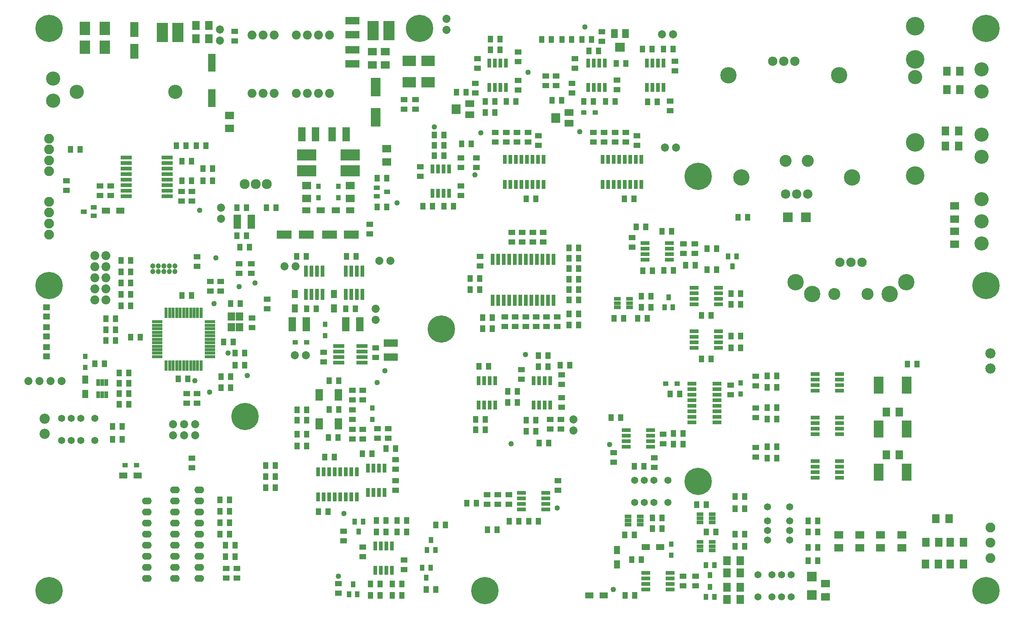
<source format=gbr>
G04 DesignSpark PCB Gerber Version 11.0 Build 5877*
G04 #@! TF.Part,Single*
G04 #@! TF.FileFunction,Soldermask,Top*
G04 #@! TF.FilePolarity,Negative*
%FSLAX35Y35*%
%MOIN*%
G04 #@! TA.AperFunction,SMDPad,CuDef*
%ADD123R,0.02969X0.09268*%
%ADD176R,0.03362X0.06118*%
%ADD163R,0.03362X0.08087*%
%ADD162R,0.03362X0.08480*%
%ADD127R,0.03362X0.10055*%
%ADD147R,0.03362X0.10449*%
%ADD144R,0.04150X0.04937*%
%ADD136R,0.04150X0.05724*%
%ADD128R,0.04937X0.06118*%
%ADD140R,0.05724X0.07299*%
%ADD169R,0.06118X0.08087*%
%ADD149R,0.06512X0.07299*%
%ADD138R,0.06512X0.08087*%
%ADD165R,0.06512X0.15961*%
%ADD130R,0.06906X0.12811*%
%ADD172R,0.07299X0.13598*%
%ADD170R,0.08087X0.08874*%
%ADD175R,0.08874X0.08874*%
%ADD145R,0.08874X0.15173*%
%ADD173R,0.08874X0.16748*%
%ADD125R,0.09661X0.12024*%
%ADD164R,0.10449X0.17535*%
G04 #@! TA.AperFunction,ComponentPad*
%ADD72C,0.04740*%
G04 #@! TA.AperFunction,SMDPad,CuDef*
%ADD177C,0.04937*%
G04 #@! TA.AperFunction,ComponentPad*
%ADD29C,0.06512*%
%ADD24C,0.07299*%
%ADD22C,0.08087*%
%ADD28C,0.08480*%
%ADD23C,0.08874*%
%ADD21C,0.09031*%
%ADD73C,0.09268*%
%ADD27C,0.10843*%
%ADD20C,0.12811*%
%ADD26C,0.14780*%
%ADD25C,0.16748*%
G04 #@! TA.AperFunction,WasherPad*
%ADD71C,0.24622*%
G04 #@! TA.AperFunction,ComponentPad*
%ADD74O,0.08874X0.06118*%
G04 #@! TA.AperFunction,SMDPad,CuDef*
%ADD132R,0.07102X0.02102*%
%ADD131R,0.07102X0.02575*%
%ADD122R,0.09268X0.02969*%
%ADD146R,0.06118X0.03362*%
%ADD135R,0.08087X0.03362*%
%ADD142R,0.08480X0.03362*%
%ADD133R,0.10055X0.03362*%
%ADD124R,0.10449X0.03362*%
%ADD143R,0.04937X0.04150*%
%ADD174R,0.05724X0.04150*%
%ADD129R,0.06118X0.04937*%
%ADD148R,0.06118X0.05331*%
%ADD139R,0.07299X0.05724*%
%ADD171R,0.08087X0.06118*%
%ADD137R,0.08087X0.06512*%
%ADD134R,0.12811X0.06906*%
%ADD126R,0.13598X0.07299*%
%ADD168R,0.08874X0.08087*%
%ADD141R,0.08874X0.08874*%
%ADD166R,0.12024X0.09661*%
%ADD167R,0.17535X0.10449*%
G04 #@! TD.AperFunction*
X0Y0D02*
D02*
D71*
X36793Y31746D03*
Y307337D03*
Y539620D03*
X213959Y189226D03*
X371439Y539620D03*
X391124Y267967D03*
X430494Y31746D03*
X623407Y130565D03*
Y406156D03*
X883250Y31746D03*
Y307337D03*
Y539620D03*
D02*
D20*
X40730Y474502D03*
Y494502D03*
X61990Y482533D03*
X150967D03*
X819077Y495919D03*
X879313Y345604D03*
Y365604D03*
Y385604D03*
Y423715D03*
Y443715D03*
Y482770D03*
Y502770D03*
D02*
D21*
X213644Y399069D03*
X223644D03*
X233644D03*
D02*
D22*
X78250Y294423D03*
Y304423D03*
Y314423D03*
Y324423D03*
Y334423D03*
X88250Y294423D03*
Y304423D03*
Y314423D03*
Y324423D03*
Y334423D03*
X220297Y480959D03*
Y533715D03*
X230297Y480959D03*
Y533715D03*
X240297Y480959D03*
Y533715D03*
X260297Y480959D03*
Y533715D03*
X270297Y480959D03*
Y533715D03*
X280297Y480959D03*
Y533715D03*
X290297Y480959D03*
Y533715D03*
D02*
D23*
X36793Y353596D03*
Y363439D03*
Y373281D03*
Y383124D03*
Y410683D03*
Y420526D03*
Y430368D03*
Y440211D03*
X887187Y61274D03*
Y75053D03*
Y88833D03*
D02*
D24*
X18250Y221116D03*
X28250D03*
X38250D03*
X48250D03*
X148841Y172022D03*
Y182022D03*
X158841Y172022D03*
Y182022D03*
X168841Y172022D03*
Y182022D03*
X191124Y528715D03*
Y538715D03*
X192305Y367691D03*
Y377691D03*
X249510Y324659D03*
X258959Y244344D03*
X259510Y324659D03*
X268959Y244344D03*
X332069Y276352D03*
Y286352D03*
X335337Y329778D03*
X345337D03*
X395848Y538557D03*
Y548557D03*
X510415Y176354D03*
Y186354D03*
X590455Y534502D03*
X593209Y432140D03*
X600455Y534502D03*
X603209Y432140D03*
D02*
D25*
X819077Y406943D03*
Y436943D03*
Y511943D03*
Y541943D03*
D02*
D26*
X650573Y497494D03*
X662384Y405130D03*
X711203Y310486D03*
X726203Y299736D03*
X750573Y497494D03*
X762384Y405130D03*
X796203Y299736D03*
X811203Y310486D03*
D02*
D27*
X702384Y420130D03*
X722384D03*
X746203Y299736D03*
X776203D03*
D02*
D28*
X690573Y509994D03*
X700573D03*
X702384Y390130D03*
X710573Y509994D03*
X712384Y390130D03*
X722384D03*
X751203Y328486D03*
X761203D03*
X771203D03*
D02*
D29*
X48211Y167415D03*
Y187415D03*
X56872Y167415D03*
Y187415D03*
X65533Y167415D03*
Y187415D03*
X78132Y167415D03*
Y187415D03*
X565927Y111510D03*
Y131510D03*
X574589Y111510D03*
Y131510D03*
X583250Y111510D03*
Y131510D03*
X595848Y111510D03*
Y131510D03*
X677344Y26077D03*
Y46077D03*
X685848Y77415D03*
Y86077D03*
Y94738D03*
Y107337D03*
X689943Y26077D03*
Y46077D03*
X698604Y26077D03*
Y46077D03*
X705848Y77415D03*
Y86077D03*
Y94738D03*
Y107337D03*
X707266Y26077D03*
Y46077D03*
D02*
D72*
X130730Y320191D03*
Y325191D03*
X135730Y320191D03*
Y325191D03*
X140730Y320191D03*
Y325191D03*
X145730Y320191D03*
Y325191D03*
X150730Y320191D03*
Y325191D03*
D02*
D73*
X32856Y173281D03*
Y187061D03*
X887187Y232337D03*
Y246116D03*
D02*
D74*
X125376Y42927D03*
Y52927D03*
Y62927D03*
Y72927D03*
Y82927D03*
Y92927D03*
Y102927D03*
Y112927D03*
X150573Y42927D03*
Y52927D03*
Y62927D03*
Y72927D03*
Y82927D03*
Y92927D03*
Y102927D03*
Y112927D03*
Y122927D03*
X172620Y42927D03*
Y52927D03*
Y62927D03*
Y72927D03*
Y82927D03*
Y92927D03*
Y102927D03*
Y112927D03*
Y122927D03*
D02*
D122*
X134628Y243163D03*
Y246313D03*
Y249463D03*
Y252612D03*
Y255762D03*
Y258911D03*
Y262061D03*
Y265211D03*
Y268360D03*
Y271510D03*
Y274659D03*
X182266Y243163D03*
Y246313D03*
Y249463D03*
Y252612D03*
Y255762D03*
Y258911D03*
Y262061D03*
Y265211D03*
Y268360D03*
Y271510D03*
Y274659D03*
D02*
D123*
X142699Y235093D03*
Y282730D03*
X145848Y235093D03*
Y282730D03*
X148998Y235093D03*
Y282730D03*
X152148Y235093D03*
Y282730D03*
X155297Y235093D03*
Y282730D03*
X158447Y235093D03*
Y282730D03*
X161596Y235093D03*
Y282730D03*
X164746Y235093D03*
Y282730D03*
X167896Y235093D03*
Y282730D03*
X171045Y235093D03*
Y282730D03*
X174195Y235093D03*
Y282730D03*
D02*
D124*
X106482Y388262D03*
Y393262D03*
Y398262D03*
Y403262D03*
Y408262D03*
Y413262D03*
Y418262D03*
Y423262D03*
X143482Y388262D03*
Y393262D03*
Y398262D03*
Y403262D03*
Y408262D03*
Y413262D03*
Y418262D03*
Y423262D03*
D02*
D125*
X69077Y522888D03*
Y539817D03*
X87187Y522888D03*
Y539817D03*
D02*
D126*
X249392Y353400D03*
X269077D03*
X290337D03*
X310022D03*
D02*
D127*
X269057Y299593D03*
Y320593D03*
X274057Y299593D03*
Y320593D03*
X279057Y299593D03*
Y320593D03*
X284057Y299593D03*
Y320593D03*
X304884Y299593D03*
Y320593D03*
X309884Y299593D03*
Y320593D03*
X314884Y299593D03*
Y320593D03*
X319884Y299593D03*
Y320593D03*
D02*
D128*
X56085Y430368D03*
X64746D03*
X78132Y236864D03*
X86793D03*
X88368Y257730D03*
Y267573D03*
Y277415D03*
X94274Y168360D03*
Y180171D03*
X97030Y257730D03*
Y267573D03*
Y277415D03*
X100179Y200250D03*
Y209699D03*
Y219148D03*
Y228596D03*
X101754Y289226D03*
Y299463D03*
Y309699D03*
Y319935D03*
Y330171D03*
X102935Y168360D03*
Y180171D03*
X108841Y200250D03*
Y209699D03*
Y219148D03*
Y228596D03*
X110415Y260880D03*
Y289226D03*
Y299463D03*
Y309699D03*
Y319935D03*
Y330171D03*
X119077Y260880D03*
X151754Y433715D03*
X153722Y223085D03*
X156872Y298281D03*
Y402219D03*
Y419935D03*
X160415Y433715D03*
X162384Y223085D03*
X165533Y298281D03*
Y402219D03*
Y419935D03*
X169864Y433715D03*
X175770Y402219D03*
Y413242D03*
X178526Y433715D03*
X184431Y402219D03*
Y413242D03*
X191124Y82927D03*
Y93163D03*
Y103400D03*
Y113636D03*
X192305Y215211D03*
Y225053D03*
X194667Y256549D03*
X196242Y62455D03*
Y72691D03*
X199785Y82927D03*
Y93163D03*
Y103400D03*
Y113636D03*
X200967Y215211D03*
Y225053D03*
Y291195D03*
X203329Y256549D03*
X204904Y62455D03*
Y72691D03*
Y235289D03*
Y246313D03*
X206478Y352612D03*
Y377809D03*
X209234Y341982D03*
X209628Y291195D03*
X213565Y235289D03*
Y246313D03*
X215140Y352612D03*
Y377809D03*
X217896Y341982D03*
X232463Y124659D03*
Y134896D03*
Y144738D03*
X233250Y377809D03*
X241124Y124659D03*
Y134896D03*
Y144738D03*
X241911Y377809D03*
X260415Y333715D03*
X260809Y162455D03*
Y173085D03*
Y185683D03*
Y195132D03*
X269077Y333715D03*
X269470Y162455D03*
Y173085D03*
Y185683D03*
Y195132D03*
Y286470D03*
X278132D03*
X280100Y103006D03*
X286006Y152612D03*
X288762Y103006D03*
X289156Y169994D03*
X289943Y195526D03*
Y221510D03*
X294667Y152612D03*
X297817Y169994D03*
X298604Y195526D03*
Y221510D03*
X304904Y286470D03*
X305691Y333715D03*
X313565Y286470D03*
X314352Y333715D03*
X319864Y155368D03*
X327344Y27415D03*
Y37652D03*
X328526Y155368D03*
X332463Y84896D03*
Y95132D03*
X333250Y378596D03*
Y404581D03*
X336006Y27415D03*
Y37652D03*
X341124Y84896D03*
Y95132D03*
Y160093D03*
X341911Y378596D03*
Y404581D03*
X347030Y27415D03*
Y37652D03*
X349785Y160093D03*
X351360Y84896D03*
Y95132D03*
X355691Y27415D03*
Y37652D03*
X360022Y84896D03*
Y95132D03*
X374589Y378990D03*
X377738Y32927D03*
X383250Y378990D03*
X384825Y424659D03*
Y434108D03*
Y443557D03*
X386400Y32927D03*
Y91195D03*
X393486Y378990D03*
Y424659D03*
Y434108D03*
Y443557D03*
X395061Y91195D03*
X402148Y378990D03*
X404904Y482140D03*
X409628Y435289D03*
X413565Y482140D03*
X414352Y110880D03*
X417108Y303793D03*
Y313636D03*
X418289Y435289D03*
X422226Y177022D03*
Y186470D03*
X423014Y110880D03*
X425376Y234502D03*
X425770Y303793D03*
Y313636D03*
X428526Y268360D03*
Y278596D03*
X430888Y177022D03*
Y186470D03*
Y463636D03*
Y473872D03*
X432856Y86864D03*
X434037Y234502D03*
X435612Y520329D03*
Y530171D03*
X437187Y268360D03*
Y278596D03*
X439549Y463636D03*
Y473872D03*
X441518Y86864D03*
X444274Y520329D03*
Y530171D03*
X449785Y473872D03*
X451360Y201825D03*
Y211667D03*
X452541Y94344D03*
X458447Y473872D03*
X460022Y201825D03*
Y211667D03*
X461203Y94344D03*
X467896Y175841D03*
Y185683D03*
Y385683D03*
X470258Y94344D03*
X476557Y175841D03*
Y185683D03*
Y385683D03*
X478919Y94344D03*
Y234108D03*
Y243951D03*
X479707Y165211D03*
X482069Y529778D03*
X487581Y234108D03*
Y243951D03*
X488368Y165211D03*
X490730Y529778D03*
X491124Y474659D03*
X498604Y235289D03*
X499785Y474659D03*
X500179Y529778D03*
X506478Y271904D03*
Y281746D03*
Y294344D03*
Y303793D03*
Y313242D03*
Y322691D03*
Y332140D03*
Y341589D03*
X507266Y235289D03*
X508841Y529778D03*
X515140Y271904D03*
Y281746D03*
Y294344D03*
Y303793D03*
Y313242D03*
Y322691D03*
Y332140D03*
Y341589D03*
X518289Y529778D03*
X519864Y473872D03*
X524589Y519541D03*
X526951Y529778D03*
X528526Y473872D03*
X533250Y519541D03*
X539549Y473872D03*
X544667Y188045D03*
X547167Y277809D03*
X548211Y473872D03*
X549392Y508124D03*
X553329Y188045D03*
X555829Y277809D03*
X556478Y385683D03*
X556872Y82140D03*
X557266Y27415D03*
X558053Y508124D03*
X563171Y59699D03*
X565140Y385683D03*
X565533Y82140D03*
Y143951D03*
X565927Y27415D03*
X567108Y360486D03*
X568683Y277809D03*
X571833Y59699D03*
Y287652D03*
Y297888D03*
X573014Y521116D03*
X573407Y320722D03*
X574195Y143951D03*
X575770Y360486D03*
X577344Y277809D03*
X577738Y473478D03*
X580494Y287652D03*
Y297888D03*
X581675Y521116D03*
X582069Y87652D03*
Y97494D03*
Y320722D03*
X586400Y473478D03*
X590730Y87652D03*
Y97494D03*
Y356549D03*
X591911Y521116D03*
X592305Y321116D03*
X597817Y209305D03*
X599392Y356549D03*
X600573Y521116D03*
X600967Y164030D03*
Y173872D03*
Y321116D03*
X606478Y209305D03*
X609628Y164030D03*
Y173872D03*
X611990Y325841D03*
X620652D03*
X621833Y109305D03*
X626163Y241195D03*
Y280565D03*
X630494Y84896D03*
Y109305D03*
X631281Y321904D03*
Y340801D03*
X634825Y241195D03*
Y280565D03*
X639156Y84896D03*
X639943Y321904D03*
Y340801D03*
X652935Y251037D03*
Y261667D03*
Y290407D03*
Y300250D03*
X656478Y71904D03*
Y82927D03*
Y105762D03*
Y116785D03*
X659234Y369148D03*
X661596Y251037D03*
Y261667D03*
Y290407D03*
Y300250D03*
X665140Y71904D03*
Y82927D03*
Y105762D03*
Y116785D03*
X667896Y369148D03*
X685612Y151431D03*
Y161667D03*
Y186864D03*
Y197100D03*
Y215604D03*
Y225841D03*
X694274Y151431D03*
Y161667D03*
Y186864D03*
Y197100D03*
Y215604D03*
Y225841D03*
X722620Y58911D03*
Y70722D03*
Y84896D03*
Y94738D03*
X731281Y58911D03*
Y70722D03*
Y84896D03*
Y94738D03*
X812384Y236470D03*
X821045D03*
D02*
D129*
X52541Y393557D03*
Y402219D03*
X82856Y388833D03*
Y397494D03*
X92699Y388833D03*
Y397494D03*
X156478Y383715D03*
Y392376D03*
X161203Y201037D03*
Y209699D03*
X165927Y142770D03*
Y151431D03*
Y383715D03*
Y392376D03*
X170652Y201037D03*
Y209699D03*
Y324659D03*
Y333321D03*
X182463Y302612D03*
Y311274D03*
X191911Y302612D03*
Y311274D03*
X197030Y43163D03*
Y51825D03*
X204510Y528596D03*
Y537258D03*
X206478Y43163D03*
Y51825D03*
X208447Y318360D03*
Y327022D03*
X219470Y318360D03*
Y327022D03*
X220258Y269541D03*
Y278203D03*
X234037Y286470D03*
Y295132D03*
X284825Y238459D03*
Y247120D03*
X298211Y29384D03*
Y38045D03*
X302935Y76628D03*
Y85289D03*
X310809Y168754D03*
Y177415D03*
Y186470D03*
Y195132D03*
Y204187D03*
Y212848D03*
X320258Y62455D03*
Y71116D03*
Y168754D03*
Y177415D03*
Y204187D03*
Y212848D03*
X326557Y354187D03*
Y362848D03*
X332069Y242396D03*
Y251057D03*
X333644Y169541D03*
Y178203D03*
X343093Y169541D03*
Y178203D03*
X349785Y122297D03*
Y130959D03*
Y141589D03*
Y150250D03*
X357659Y50644D03*
Y59305D03*
Y466785D03*
Y475447D03*
X367896Y466785D03*
Y475447D03*
X372226Y406156D03*
Y414817D03*
X408841Y388833D03*
Y397494D03*
Y414030D03*
Y422691D03*
X421833Y481352D03*
Y490014D03*
X423014Y414030D03*
Y422691D03*
X423801Y503793D03*
Y512455D03*
X426163Y325053D03*
Y333715D03*
X432463Y109699D03*
Y118360D03*
X439943Y437258D03*
Y445919D03*
X442305Y109699D03*
Y118360D03*
X448604Y270329D03*
Y278990D03*
X449785Y437258D03*
Y445919D03*
X452148Y109699D03*
Y118360D03*
X454904Y346707D03*
Y355368D03*
X458053Y270329D03*
Y278990D03*
X459628Y437258D03*
Y445919D03*
X460415Y484108D03*
Y492770D03*
Y509699D03*
Y518360D03*
X463565Y222691D03*
Y231352D03*
X464352Y346707D03*
Y355368D03*
X467502Y270329D03*
Y278990D03*
X469470Y437258D03*
Y445919D03*
X473801Y346707D03*
Y355368D03*
X476951Y270329D03*
Y278990D03*
X478919Y434108D03*
Y442770D03*
X483250Y346707D03*
Y355368D03*
X485612Y488045D03*
Y496707D03*
X486400Y270329D03*
Y278990D03*
X489549Y177809D03*
Y186470D03*
X495061Y488045D03*
Y496707D03*
X495848Y270329D03*
Y278990D03*
X496636Y122297D03*
Y130959D03*
X499392Y177809D03*
Y186470D03*
X499785Y197494D03*
Y206156D03*
Y217967D03*
Y226628D03*
X509234Y481352D03*
Y490014D03*
X511990Y503793D03*
Y512455D03*
X528526Y437258D03*
Y445919D03*
X536400Y528203D03*
Y536864D03*
X538368Y437258D03*
Y445919D03*
X547030Y147888D03*
Y156549D03*
X548211Y437258D03*
Y445919D03*
X549785Y484502D03*
Y493163D03*
X558053Y437258D03*
Y445919D03*
X563565Y341982D03*
Y350644D03*
X567896Y434108D03*
Y442770D03*
X583644Y143163D03*
Y151825D03*
X591498Y164581D03*
Y173242D03*
X597817Y465604D03*
Y474266D03*
X602148Y501431D03*
Y510093D03*
X609628Y36077D03*
Y44738D03*
X610022Y336470D03*
Y345132D03*
X620258Y336470D03*
Y345132D03*
X621045Y36077D03*
Y44738D03*
X652541Y208911D03*
Y217573D03*
X675376Y152612D03*
Y161274D03*
Y188045D03*
Y196707D03*
Y216785D03*
Y225447D03*
D02*
D130*
X206872Y365211D03*
X219470D03*
X256478Y272297D03*
X265140Y443951D03*
X269077Y272297D03*
X277738Y443951D03*
X292699D03*
X304904Y272297D03*
X305297Y443951D03*
X317502Y272297D03*
D02*
D131*
X280789Y204679D03*
Y207238D03*
Y209797D03*
Y212356D03*
X298309Y204679D03*
Y207238D03*
Y209797D03*
Y212356D03*
D02*
D132*
X280789Y178596D03*
Y180565D03*
Y182533D03*
Y184502D03*
Y186470D03*
X298309Y178596D03*
Y180565D03*
Y182533D03*
Y184502D03*
Y186470D03*
D02*
D133*
X298734Y237652D03*
Y242652D03*
Y247652D03*
Y252652D03*
X319734Y237652D03*
Y242652D03*
Y247652D03*
Y252652D03*
D02*
D134*
X310809Y507730D03*
Y520329D03*
Y534108D03*
Y546707D03*
X345455Y242789D03*
Y255388D03*
D02*
D135*
X463589Y104955D03*
Y109955D03*
Y114955D03*
Y119955D03*
X485589Y104955D03*
Y109955D03*
Y114955D03*
Y119955D03*
X558077Y161648D03*
Y166648D03*
Y171648D03*
Y176648D03*
X575400Y330939D03*
Y335939D03*
Y340939D03*
Y345939D03*
X575793Y32907D03*
Y37907D03*
Y42907D03*
Y47907D03*
X580077Y161648D03*
Y166648D03*
Y171648D03*
Y176648D03*
X597400Y330939D03*
Y335939D03*
Y340939D03*
Y345939D03*
X597793Y32907D03*
Y37907D03*
Y42907D03*
Y47907D03*
X619494Y251018D03*
Y256018D03*
Y261018D03*
Y266018D03*
Y290388D03*
Y295388D03*
Y300388D03*
Y305388D03*
X641494Y251018D03*
Y256018D03*
Y261018D03*
Y266018D03*
Y290388D03*
Y295388D03*
Y300388D03*
Y305388D03*
X728943Y133695D03*
Y138695D03*
Y143695D03*
Y148695D03*
Y173065D03*
Y178065D03*
Y183065D03*
Y188065D03*
Y212435D03*
Y217435D03*
Y222435D03*
Y227435D03*
X750943Y133695D03*
Y138695D03*
Y143695D03*
Y148695D03*
Y173065D03*
Y178065D03*
Y183065D03*
Y188065D03*
Y212435D03*
Y217435D03*
Y222435D03*
Y227435D03*
D02*
D136*
X307856Y28400D03*
X311596Y37455D03*
X312974Y94148D03*
X315337Y28400D03*
X316715Y85093D03*
X320455Y94148D03*
X373998Y52415D03*
X377738Y43360D03*
X378329Y68557D03*
X381478Y52415D03*
X382069Y77612D03*
X385809Y68557D03*
X592896Y287848D03*
X596636Y296904D03*
X600376Y287848D03*
X630297Y26037D03*
Y54778D03*
X634037Y35093D03*
Y45722D03*
X637778Y26037D03*
Y54778D03*
X650376Y333911D03*
X654116Y324856D03*
X657856Y333911D03*
D02*
D137*
X199785Y449463D03*
Y461274D03*
X269470Y386077D03*
Y397888D03*
X308841Y386077D03*
Y397888D03*
X328919Y506943D03*
Y518754D03*
X340730Y506943D03*
Y518754D03*
X341911Y419148D03*
Y430959D03*
X738368Y26234D03*
Y38045D03*
X750179Y70329D03*
Y82140D03*
X769077Y70329D03*
Y82140D03*
X787974Y70329D03*
Y82140D03*
X807266Y70329D03*
Y82140D03*
X854904Y344738D03*
Y356549D03*
Y367573D03*
Y379384D03*
D02*
D138*
X169470Y530565D03*
Y542376D03*
X181281Y530565D03*
Y542376D03*
X649392Y23872D03*
Y34896D03*
Y47888D03*
Y58911D03*
X661203Y23872D03*
Y34896D03*
Y47888D03*
Y58911D03*
X793093Y154581D03*
Y193163D03*
X804904Y154581D03*
Y193163D03*
X828526Y55762D03*
X828919Y75447D03*
X837974Y96707D03*
X840337Y55762D03*
X840730Y75447D03*
X846636Y433321D03*
Y447100D03*
X847817Y484502D03*
Y501037D03*
X849785Y96707D03*
X850967Y55762D03*
Y75447D03*
X858447Y433321D03*
Y447100D03*
X859628Y484502D03*
Y501037D03*
X862778Y55762D03*
Y75447D03*
D02*
D139*
X88171Y375053D03*
X101163D03*
X103919Y135683D03*
X116911D03*
X269274Y375447D03*
X282266D03*
X296045D03*
X309037D03*
X524785Y27415D03*
X537778D03*
X575967Y71116D03*
X588959D03*
D02*
D140*
X69470Y209502D03*
Y222494D03*
X258841Y286667D03*
Y299659D03*
X294274Y286667D03*
Y299659D03*
X549785Y55565D03*
Y68557D03*
D02*
D141*
X725770Y27809D03*
Y44344D03*
D02*
D142*
X617669Y183931D03*
Y188931D03*
Y193931D03*
Y198931D03*
Y203931D03*
Y208931D03*
Y213931D03*
Y218931D03*
X640169Y183931D03*
Y188931D03*
Y193931D03*
Y198931D03*
Y203931D03*
Y208931D03*
Y213931D03*
Y218931D03*
D02*
D143*
X105691Y145132D03*
X115927D03*
X259234Y256156D03*
X269470D03*
X519864Y463636D03*
X530100D03*
X593880Y218754D03*
X604116D03*
D02*
D144*
X69470Y233321D03*
Y243557D03*
X280100Y386864D03*
Y397100D03*
X286400Y262061D03*
Y272297D03*
X298211Y386864D03*
Y397100D03*
X328919Y186470D03*
Y196707D03*
X598998Y63636D03*
Y73872D03*
X661596Y209305D03*
Y219541D03*
D02*
D145*
X786400Y138833D03*
Y177809D03*
Y217573D03*
X811596Y138833D03*
Y177809D03*
Y217573D03*
D02*
D146*
X550179Y287848D03*
Y291589D03*
Y295329D03*
X560022Y91392D03*
Y95132D03*
Y98872D03*
X561203Y287848D03*
Y291589D03*
Y295329D03*
X571045Y91392D03*
Y95132D03*
Y98872D03*
X624982Y68163D03*
Y71904D03*
Y75644D03*
Y93360D03*
Y97100D03*
Y100841D03*
X636006Y68163D03*
Y71904D03*
Y75644D03*
Y93360D03*
Y97100D03*
Y100841D03*
D02*
D147*
X437640Y293951D03*
Y330959D03*
X442640Y293951D03*
Y330959D03*
X447640Y293951D03*
Y330959D03*
X452640Y293951D03*
Y330959D03*
X457640Y293951D03*
Y330959D03*
X462640Y293951D03*
Y330959D03*
X467640Y293951D03*
Y330959D03*
X472640Y293951D03*
Y330959D03*
X477640Y293951D03*
Y330959D03*
X482640Y293951D03*
Y330959D03*
X487640Y293951D03*
Y330959D03*
X492640Y293951D03*
Y330959D03*
D02*
D148*
X34431Y243360D03*
Y251628D03*
Y261470D03*
Y269738D03*
Y279581D03*
Y287848D03*
D02*
D149*
X201557Y269935D03*
Y279384D03*
X209037Y269935D03*
Y279384D03*
D02*
D162*
X279923Y116559D03*
Y139059D03*
X284923Y116559D03*
Y139059D03*
X289923Y116559D03*
Y139059D03*
X294923Y116559D03*
Y139059D03*
X299923Y116559D03*
Y139059D03*
X304923Y116559D03*
Y139059D03*
X309923Y116559D03*
Y139059D03*
X314923Y116559D03*
Y139059D03*
X448427Y398843D03*
Y421343D03*
X453427Y398843D03*
Y421343D03*
X458427Y398843D03*
Y421343D03*
X463427Y398843D03*
Y421343D03*
X468427Y398843D03*
Y421343D03*
X473427Y398843D03*
Y421343D03*
X478427Y398843D03*
Y421343D03*
X483427Y398843D03*
Y421343D03*
X537010Y398843D03*
Y421343D03*
X542010Y398843D03*
Y421343D03*
X547010Y398843D03*
Y421343D03*
X552010Y398843D03*
Y421343D03*
X557010Y398843D03*
Y421343D03*
X562010Y398843D03*
Y421343D03*
X567010Y398843D03*
Y421343D03*
X572010Y398843D03*
Y421343D03*
D02*
D163*
X324963Y120352D03*
Y142352D03*
X329963Y120352D03*
Y142352D03*
X331656Y50274D03*
Y72274D03*
X334963Y120352D03*
Y142352D03*
X336656Y50274D03*
Y72274D03*
X339963Y120352D03*
Y142352D03*
X341656Y50274D03*
Y72274D03*
X346656Y50274D03*
Y72274D03*
X383230Y390825D03*
Y412825D03*
X388230Y390825D03*
Y412825D03*
X393230Y390825D03*
Y412825D03*
X398230Y390825D03*
Y412825D03*
X424963Y199486D03*
Y221486D03*
X429963Y199486D03*
Y221486D03*
X434411Y486494D03*
Y508494D03*
X434963Y199486D03*
Y221486D03*
X439411Y486494D03*
Y508494D03*
X439963Y199486D03*
Y221486D03*
X444411Y486494D03*
Y508494D03*
X449411Y486494D03*
Y508494D03*
X474569Y199486D03*
Y221486D03*
X479569Y199486D03*
Y221486D03*
X484569Y199486D03*
Y221486D03*
X489569Y199486D03*
Y221486D03*
X523781Y486494D03*
Y508494D03*
X528781Y486494D03*
Y508494D03*
X533781Y486494D03*
Y508494D03*
X538781Y486494D03*
Y508494D03*
X576931Y486494D03*
Y508494D03*
X581931Y486494D03*
Y508494D03*
X586931Y486494D03*
Y508494D03*
X591931Y486494D03*
Y508494D03*
D02*
D164*
X139156Y536077D03*
X153329D03*
X329707Y537652D03*
X343880D03*
D02*
D165*
X184037Y476628D03*
Y508911D03*
D02*
D166*
X362187Y491195D03*
Y510486D03*
X379116Y491195D03*
Y510486D03*
D02*
D167*
X269470Y411274D03*
Y425447D03*
X308841Y411274D03*
Y425447D03*
D02*
D168*
X552541Y522888D03*
D02*
D169*
X547620Y535093D03*
X557463D03*
D02*
D170*
X404707Y466785D03*
X494470Y458911D03*
D02*
D171*
X416911Y461864D03*
Y471707D03*
X506675Y453990D03*
Y463833D03*
D02*
D172*
X113959Y519148D03*
Y538833D03*
D02*
D173*
X332069Y459305D03*
Y486864D03*
D02*
D174*
X68093Y374266D03*
X77148Y370526D03*
Y378006D03*
X333053Y388242D03*
Y395722D03*
X342108Y391982D03*
D02*
D175*
X704116Y369148D03*
X720652D03*
D02*
D176*
X81085Y208911D03*
Y219935D03*
X84825Y208911D03*
Y219935D03*
X88565Y208911D03*
Y219935D03*
D02*
D177*
X168683Y221510D03*
X173014Y375447D03*
X182069Y211274D03*
X186006Y291195D03*
X187581Y332533D03*
X198604Y246313D03*
X208447Y306549D03*
X215927Y226234D03*
X223014Y309699D03*
X298211Y44738D03*
X303329Y101431D03*
X333250Y219935D03*
X340337Y230565D03*
X351360Y382140D03*
X384825Y450644D03*
X421439Y407337D03*
X426951Y445526D03*
X454116Y164423D03*
X467108Y245132D03*
X469470Y500250D03*
X495848Y106549D03*
X516321Y446313D03*
X521045Y541195D03*
X543093Y163636D03*
X546636Y32927D03*
X0Y0D02*
M02*

</source>
